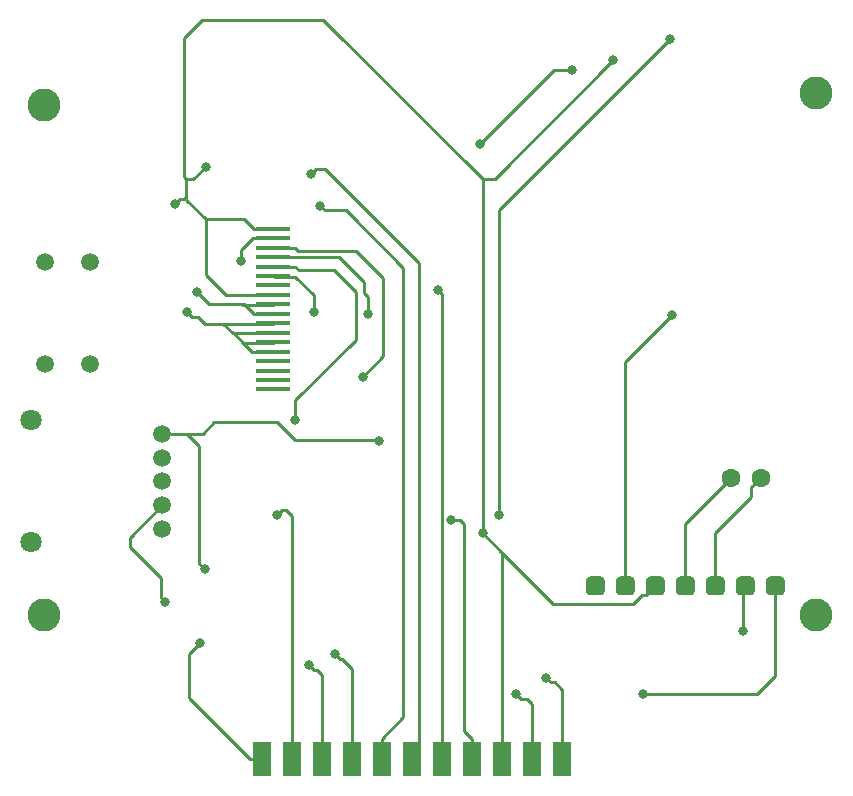
<source format=gbr>
G04 #@! TF.GenerationSoftware,KiCad,Pcbnew,5.0.2+dfsg1-1~bpo9+1*
G04 #@! TF.CreationDate,2020-07-27T21:19:22+01:00*
G04 #@! TF.ProjectId,gbc_outline_screen,6762635f-6f75-4746-9c69-6e655f736372,rev?*
G04 #@! TF.SameCoordinates,Original*
G04 #@! TF.FileFunction,Copper,L1,Top*
G04 #@! TF.FilePolarity,Positive*
%FSLAX46Y46*%
G04 Gerber Fmt 4.6, Leading zero omitted, Abs format (unit mm)*
G04 Created by KiCad (PCBNEW 5.0.2+dfsg1-1~bpo9+1) date Mon 27 Jul 2020 21:19:22 BST*
%MOMM*%
%LPD*%
G01*
G04 APERTURE LIST*
G04 #@! TA.AperFunction,SMDPad,CuDef*
%ADD10R,3.000000X0.400000*%
G04 #@! TD*
G04 #@! TA.AperFunction,ComponentPad*
%ADD11C,1.500000*%
G04 #@! TD*
G04 #@! TA.AperFunction,ComponentPad*
%ADD12C,2.800000*%
G04 #@! TD*
G04 #@! TA.AperFunction,ComponentPad*
%ADD13C,1.800000*%
G04 #@! TD*
G04 #@! TA.AperFunction,ComponentPad*
%ADD14C,1.600000*%
G04 #@! TD*
G04 #@! TA.AperFunction,Conductor*
%ADD15C,0.100000*%
G04 #@! TD*
G04 #@! TA.AperFunction,SMDPad,CuDef*
%ADD16C,1.600000*%
G04 #@! TD*
G04 #@! TA.AperFunction,SMDPad,CuDef*
%ADD17R,1.524000X3.000000*%
G04 #@! TD*
G04 #@! TA.AperFunction,ViaPad*
%ADD18C,0.800000*%
G04 #@! TD*
G04 #@! TA.AperFunction,Conductor*
%ADD19C,0.250000*%
G04 #@! TD*
G04 APERTURE END LIST*
D10*
G04 #@! TO.P,U1,1*
G04 #@! TO.N,Net-(J1-Pad34)*
X135737600Y-73439020D03*
G04 #@! TO.P,U1,2*
G04 #@! TO.N,Net-(J1-Pad13)*
X135737600Y-74239120D03*
G04 #@! TO.P,U1,3*
G04 #@! TO.N,Net-(J1-Pad23)*
X135737600Y-75039220D03*
G04 #@! TO.P,U1,4*
G04 #@! TO.N,Net-(J1-Pad22)*
X135737600Y-75839320D03*
G04 #@! TO.P,U1,5*
G04 #@! TO.N,Net-(J1-Pad24)*
X135737600Y-76639420D03*
G04 #@! TO.P,U1,6*
G04 #@! TO.N,Net-(J1-Pad19)*
X135737600Y-77439520D03*
G04 #@! TO.P,U1,7*
G04 #@! TO.N,Net-(U1-Pad7)*
X135737600Y-78239620D03*
G04 #@! TO.P,U1,8*
G04 #@! TO.N,Net-(J1-Pad34)*
X135737600Y-79039720D03*
G04 #@! TO.P,U1,9*
G04 #@! TO.N,Net-(J1-Pad1)*
X135737600Y-79839820D03*
G04 #@! TO.P,U1,10*
X135737600Y-80639920D03*
G04 #@! TO.P,U1,11*
G04 #@! TO.N,Net-(R1-Pad2)*
X135737600Y-81440020D03*
G04 #@! TO.P,U1,12*
X135737600Y-82240120D03*
G04 #@! TO.P,U1,13*
X135737600Y-83040220D03*
G04 #@! TO.P,U1,14*
X135737600Y-83840320D03*
G04 #@! TO.P,U1,15*
G04 #@! TO.N,Net-(U1-Pad15)*
X135737600Y-84640420D03*
G04 #@! TO.P,U1,16*
G04 #@! TO.N,Net-(U1-Pad16)*
X135737600Y-85440520D03*
G04 #@! TO.P,U1,17*
G04 #@! TO.N,Net-(U1-Pad17)*
X135737600Y-86240620D03*
G04 #@! TO.P,U1,18*
G04 #@! TO.N,Net-(U1-Pad18)*
X135737600Y-87040720D03*
G04 #@! TD*
D11*
G04 #@! TO.P,U7,1*
G04 #@! TO.N,Net-(R2-Pad1)*
X120233440Y-84927440D03*
X120233440Y-76291440D03*
X116436140Y-76291440D03*
X116436140Y-84927440D03*
G04 #@! TD*
D12*
G04 #@! TO.P,REF\002A\002A,1*
G04 #@! TO.N,N/C*
X116286280Y-106151680D03*
G04 #@! TD*
G04 #@! TO.P,REF\002A\002A,1*
G04 #@! TO.N,N/C*
X181678580Y-61953140D03*
G04 #@! TD*
G04 #@! TO.P,REF\002A\002A,1*
G04 #@! TO.N,N/C*
X116273580Y-62969140D03*
G04 #@! TD*
G04 #@! TO.P,REF\002A\002A,1*
G04 #@! TO.N,N/C*
X181678580Y-106149140D03*
G04 #@! TD*
D11*
G04 #@! TO.P,U4,1*
G04 #@! TO.N,Net-(J1-Pad34)*
X126329440Y-90820240D03*
G04 #@! TO.P,U4,2*
G04 #@! TO.N,Net-(U3-Pad7)*
X126329440Y-92826840D03*
G04 #@! TO.P,U4,3*
G04 #@! TO.N,Net-(U3-Pad8)*
X126329440Y-94833440D03*
G04 #@! TO.P,U4,4*
G04 #@! TO.N,Net-(U4-Pad4)*
X126329440Y-96840040D03*
G04 #@! TO.P,U4,5*
G04 #@! TO.N,Net-(U4-Pad5)*
X126329440Y-98846640D03*
D13*
G04 #@! TO.P,U4,6*
G04 #@! TO.N,N/C*
X115204240Y-100002340D03*
G04 #@! TO.P,U4,7*
X115216940Y-89664540D03*
G04 #@! TD*
D14*
G04 #@! TO.P,U2,1*
G04 #@! TO.N,Net-(U2-Pad1)*
X174457360Y-94538800D03*
G04 #@! TO.P,U2,2*
G04 #@! TO.N,Net-(U2-Pad2)*
X176997360Y-94538800D03*
G04 #@! TD*
D15*
G04 #@! TO.N,Net-(U5-Pad1)*
G04 #@! TO.C,U5*
G36*
X178660847Y-102874566D02*
X178699676Y-102880326D01*
X178737754Y-102889864D01*
X178774713Y-102903088D01*
X178810199Y-102919871D01*
X178843868Y-102940052D01*
X178875397Y-102963436D01*
X178904483Y-102989797D01*
X178930844Y-103018883D01*
X178954228Y-103050412D01*
X178974409Y-103084081D01*
X178991192Y-103119567D01*
X179004416Y-103156526D01*
X179013954Y-103194604D01*
X179019714Y-103233433D01*
X179021640Y-103272640D01*
X179021640Y-104072640D01*
X179019714Y-104111847D01*
X179013954Y-104150676D01*
X179004416Y-104188754D01*
X178991192Y-104225713D01*
X178974409Y-104261199D01*
X178954228Y-104294868D01*
X178930844Y-104326397D01*
X178904483Y-104355483D01*
X178875397Y-104381844D01*
X178843868Y-104405228D01*
X178810199Y-104425409D01*
X178774713Y-104442192D01*
X178737754Y-104455416D01*
X178699676Y-104464954D01*
X178660847Y-104470714D01*
X178621640Y-104472640D01*
X177821640Y-104472640D01*
X177782433Y-104470714D01*
X177743604Y-104464954D01*
X177705526Y-104455416D01*
X177668567Y-104442192D01*
X177633081Y-104425409D01*
X177599412Y-104405228D01*
X177567883Y-104381844D01*
X177538797Y-104355483D01*
X177512436Y-104326397D01*
X177489052Y-104294868D01*
X177468871Y-104261199D01*
X177452088Y-104225713D01*
X177438864Y-104188754D01*
X177429326Y-104150676D01*
X177423566Y-104111847D01*
X177421640Y-104072640D01*
X177421640Y-103272640D01*
X177423566Y-103233433D01*
X177429326Y-103194604D01*
X177438864Y-103156526D01*
X177452088Y-103119567D01*
X177468871Y-103084081D01*
X177489052Y-103050412D01*
X177512436Y-103018883D01*
X177538797Y-102989797D01*
X177567883Y-102963436D01*
X177599412Y-102940052D01*
X177633081Y-102919871D01*
X177668567Y-102903088D01*
X177705526Y-102889864D01*
X177743604Y-102880326D01*
X177782433Y-102874566D01*
X177821640Y-102872640D01*
X178621640Y-102872640D01*
X178660847Y-102874566D01*
X178660847Y-102874566D01*
G37*
D16*
G04 #@! TD*
G04 #@! TO.P,U5,1*
G04 #@! TO.N,Net-(U5-Pad1)*
X178221640Y-103672640D03*
D15*
G04 #@! TO.N,Net-(R2-Pad1)*
G04 #@! TO.C,U5*
G36*
X176120847Y-102874566D02*
X176159676Y-102880326D01*
X176197754Y-102889864D01*
X176234713Y-102903088D01*
X176270199Y-102919871D01*
X176303868Y-102940052D01*
X176335397Y-102963436D01*
X176364483Y-102989797D01*
X176390844Y-103018883D01*
X176414228Y-103050412D01*
X176434409Y-103084081D01*
X176451192Y-103119567D01*
X176464416Y-103156526D01*
X176473954Y-103194604D01*
X176479714Y-103233433D01*
X176481640Y-103272640D01*
X176481640Y-104072640D01*
X176479714Y-104111847D01*
X176473954Y-104150676D01*
X176464416Y-104188754D01*
X176451192Y-104225713D01*
X176434409Y-104261199D01*
X176414228Y-104294868D01*
X176390844Y-104326397D01*
X176364483Y-104355483D01*
X176335397Y-104381844D01*
X176303868Y-104405228D01*
X176270199Y-104425409D01*
X176234713Y-104442192D01*
X176197754Y-104455416D01*
X176159676Y-104464954D01*
X176120847Y-104470714D01*
X176081640Y-104472640D01*
X175281640Y-104472640D01*
X175242433Y-104470714D01*
X175203604Y-104464954D01*
X175165526Y-104455416D01*
X175128567Y-104442192D01*
X175093081Y-104425409D01*
X175059412Y-104405228D01*
X175027883Y-104381844D01*
X174998797Y-104355483D01*
X174972436Y-104326397D01*
X174949052Y-104294868D01*
X174928871Y-104261199D01*
X174912088Y-104225713D01*
X174898864Y-104188754D01*
X174889326Y-104150676D01*
X174883566Y-104111847D01*
X174881640Y-104072640D01*
X174881640Y-103272640D01*
X174883566Y-103233433D01*
X174889326Y-103194604D01*
X174898864Y-103156526D01*
X174912088Y-103119567D01*
X174928871Y-103084081D01*
X174949052Y-103050412D01*
X174972436Y-103018883D01*
X174998797Y-102989797D01*
X175027883Y-102963436D01*
X175059412Y-102940052D01*
X175093081Y-102919871D01*
X175128567Y-102903088D01*
X175165526Y-102889864D01*
X175203604Y-102880326D01*
X175242433Y-102874566D01*
X175281640Y-102872640D01*
X176081640Y-102872640D01*
X176120847Y-102874566D01*
X176120847Y-102874566D01*
G37*
D16*
G04 #@! TD*
G04 #@! TO.P,U5,2*
G04 #@! TO.N,Net-(R2-Pad1)*
X175681640Y-103672640D03*
D15*
G04 #@! TO.N,Net-(U2-Pad2)*
G04 #@! TO.C,U5*
G36*
X173580847Y-102874566D02*
X173619676Y-102880326D01*
X173657754Y-102889864D01*
X173694713Y-102903088D01*
X173730199Y-102919871D01*
X173763868Y-102940052D01*
X173795397Y-102963436D01*
X173824483Y-102989797D01*
X173850844Y-103018883D01*
X173874228Y-103050412D01*
X173894409Y-103084081D01*
X173911192Y-103119567D01*
X173924416Y-103156526D01*
X173933954Y-103194604D01*
X173939714Y-103233433D01*
X173941640Y-103272640D01*
X173941640Y-104072640D01*
X173939714Y-104111847D01*
X173933954Y-104150676D01*
X173924416Y-104188754D01*
X173911192Y-104225713D01*
X173894409Y-104261199D01*
X173874228Y-104294868D01*
X173850844Y-104326397D01*
X173824483Y-104355483D01*
X173795397Y-104381844D01*
X173763868Y-104405228D01*
X173730199Y-104425409D01*
X173694713Y-104442192D01*
X173657754Y-104455416D01*
X173619676Y-104464954D01*
X173580847Y-104470714D01*
X173541640Y-104472640D01*
X172741640Y-104472640D01*
X172702433Y-104470714D01*
X172663604Y-104464954D01*
X172625526Y-104455416D01*
X172588567Y-104442192D01*
X172553081Y-104425409D01*
X172519412Y-104405228D01*
X172487883Y-104381844D01*
X172458797Y-104355483D01*
X172432436Y-104326397D01*
X172409052Y-104294868D01*
X172388871Y-104261199D01*
X172372088Y-104225713D01*
X172358864Y-104188754D01*
X172349326Y-104150676D01*
X172343566Y-104111847D01*
X172341640Y-104072640D01*
X172341640Y-103272640D01*
X172343566Y-103233433D01*
X172349326Y-103194604D01*
X172358864Y-103156526D01*
X172372088Y-103119567D01*
X172388871Y-103084081D01*
X172409052Y-103050412D01*
X172432436Y-103018883D01*
X172458797Y-102989797D01*
X172487883Y-102963436D01*
X172519412Y-102940052D01*
X172553081Y-102919871D01*
X172588567Y-102903088D01*
X172625526Y-102889864D01*
X172663604Y-102880326D01*
X172702433Y-102874566D01*
X172741640Y-102872640D01*
X173541640Y-102872640D01*
X173580847Y-102874566D01*
X173580847Y-102874566D01*
G37*
D16*
G04 #@! TD*
G04 #@! TO.P,U5,3*
G04 #@! TO.N,Net-(U2-Pad2)*
X173141640Y-103672640D03*
D15*
G04 #@! TO.N,Net-(U2-Pad1)*
G04 #@! TO.C,U5*
G36*
X171040847Y-102874566D02*
X171079676Y-102880326D01*
X171117754Y-102889864D01*
X171154713Y-102903088D01*
X171190199Y-102919871D01*
X171223868Y-102940052D01*
X171255397Y-102963436D01*
X171284483Y-102989797D01*
X171310844Y-103018883D01*
X171334228Y-103050412D01*
X171354409Y-103084081D01*
X171371192Y-103119567D01*
X171384416Y-103156526D01*
X171393954Y-103194604D01*
X171399714Y-103233433D01*
X171401640Y-103272640D01*
X171401640Y-104072640D01*
X171399714Y-104111847D01*
X171393954Y-104150676D01*
X171384416Y-104188754D01*
X171371192Y-104225713D01*
X171354409Y-104261199D01*
X171334228Y-104294868D01*
X171310844Y-104326397D01*
X171284483Y-104355483D01*
X171255397Y-104381844D01*
X171223868Y-104405228D01*
X171190199Y-104425409D01*
X171154713Y-104442192D01*
X171117754Y-104455416D01*
X171079676Y-104464954D01*
X171040847Y-104470714D01*
X171001640Y-104472640D01*
X170201640Y-104472640D01*
X170162433Y-104470714D01*
X170123604Y-104464954D01*
X170085526Y-104455416D01*
X170048567Y-104442192D01*
X170013081Y-104425409D01*
X169979412Y-104405228D01*
X169947883Y-104381844D01*
X169918797Y-104355483D01*
X169892436Y-104326397D01*
X169869052Y-104294868D01*
X169848871Y-104261199D01*
X169832088Y-104225713D01*
X169818864Y-104188754D01*
X169809326Y-104150676D01*
X169803566Y-104111847D01*
X169801640Y-104072640D01*
X169801640Y-103272640D01*
X169803566Y-103233433D01*
X169809326Y-103194604D01*
X169818864Y-103156526D01*
X169832088Y-103119567D01*
X169848871Y-103084081D01*
X169869052Y-103050412D01*
X169892436Y-103018883D01*
X169918797Y-102989797D01*
X169947883Y-102963436D01*
X169979412Y-102940052D01*
X170013081Y-102919871D01*
X170048567Y-102903088D01*
X170085526Y-102889864D01*
X170123604Y-102880326D01*
X170162433Y-102874566D01*
X170201640Y-102872640D01*
X171001640Y-102872640D01*
X171040847Y-102874566D01*
X171040847Y-102874566D01*
G37*
D16*
G04 #@! TD*
G04 #@! TO.P,U5,4*
G04 #@! TO.N,Net-(U2-Pad1)*
X170601640Y-103672640D03*
D15*
G04 #@! TO.N,Net-(J1-Pad34)*
G04 #@! TO.C,U5*
G36*
X168500847Y-102874566D02*
X168539676Y-102880326D01*
X168577754Y-102889864D01*
X168614713Y-102903088D01*
X168650199Y-102919871D01*
X168683868Y-102940052D01*
X168715397Y-102963436D01*
X168744483Y-102989797D01*
X168770844Y-103018883D01*
X168794228Y-103050412D01*
X168814409Y-103084081D01*
X168831192Y-103119567D01*
X168844416Y-103156526D01*
X168853954Y-103194604D01*
X168859714Y-103233433D01*
X168861640Y-103272640D01*
X168861640Y-104072640D01*
X168859714Y-104111847D01*
X168853954Y-104150676D01*
X168844416Y-104188754D01*
X168831192Y-104225713D01*
X168814409Y-104261199D01*
X168794228Y-104294868D01*
X168770844Y-104326397D01*
X168744483Y-104355483D01*
X168715397Y-104381844D01*
X168683868Y-104405228D01*
X168650199Y-104425409D01*
X168614713Y-104442192D01*
X168577754Y-104455416D01*
X168539676Y-104464954D01*
X168500847Y-104470714D01*
X168461640Y-104472640D01*
X167661640Y-104472640D01*
X167622433Y-104470714D01*
X167583604Y-104464954D01*
X167545526Y-104455416D01*
X167508567Y-104442192D01*
X167473081Y-104425409D01*
X167439412Y-104405228D01*
X167407883Y-104381844D01*
X167378797Y-104355483D01*
X167352436Y-104326397D01*
X167329052Y-104294868D01*
X167308871Y-104261199D01*
X167292088Y-104225713D01*
X167278864Y-104188754D01*
X167269326Y-104150676D01*
X167263566Y-104111847D01*
X167261640Y-104072640D01*
X167261640Y-103272640D01*
X167263566Y-103233433D01*
X167269326Y-103194604D01*
X167278864Y-103156526D01*
X167292088Y-103119567D01*
X167308871Y-103084081D01*
X167329052Y-103050412D01*
X167352436Y-103018883D01*
X167378797Y-102989797D01*
X167407883Y-102963436D01*
X167439412Y-102940052D01*
X167473081Y-102919871D01*
X167508567Y-102903088D01*
X167545526Y-102889864D01*
X167583604Y-102880326D01*
X167622433Y-102874566D01*
X167661640Y-102872640D01*
X168461640Y-102872640D01*
X168500847Y-102874566D01*
X168500847Y-102874566D01*
G37*
D16*
G04 #@! TD*
G04 #@! TO.P,U5,5*
G04 #@! TO.N,Net-(J1-Pad34)*
X168061640Y-103672640D03*
D15*
G04 #@! TO.N,Net-(SW1-Pad3)*
G04 #@! TO.C,U5*
G36*
X165960847Y-102874566D02*
X165999676Y-102880326D01*
X166037754Y-102889864D01*
X166074713Y-102903088D01*
X166110199Y-102919871D01*
X166143868Y-102940052D01*
X166175397Y-102963436D01*
X166204483Y-102989797D01*
X166230844Y-103018883D01*
X166254228Y-103050412D01*
X166274409Y-103084081D01*
X166291192Y-103119567D01*
X166304416Y-103156526D01*
X166313954Y-103194604D01*
X166319714Y-103233433D01*
X166321640Y-103272640D01*
X166321640Y-104072640D01*
X166319714Y-104111847D01*
X166313954Y-104150676D01*
X166304416Y-104188754D01*
X166291192Y-104225713D01*
X166274409Y-104261199D01*
X166254228Y-104294868D01*
X166230844Y-104326397D01*
X166204483Y-104355483D01*
X166175397Y-104381844D01*
X166143868Y-104405228D01*
X166110199Y-104425409D01*
X166074713Y-104442192D01*
X166037754Y-104455416D01*
X165999676Y-104464954D01*
X165960847Y-104470714D01*
X165921640Y-104472640D01*
X165121640Y-104472640D01*
X165082433Y-104470714D01*
X165043604Y-104464954D01*
X165005526Y-104455416D01*
X164968567Y-104442192D01*
X164933081Y-104425409D01*
X164899412Y-104405228D01*
X164867883Y-104381844D01*
X164838797Y-104355483D01*
X164812436Y-104326397D01*
X164789052Y-104294868D01*
X164768871Y-104261199D01*
X164752088Y-104225713D01*
X164738864Y-104188754D01*
X164729326Y-104150676D01*
X164723566Y-104111847D01*
X164721640Y-104072640D01*
X164721640Y-103272640D01*
X164723566Y-103233433D01*
X164729326Y-103194604D01*
X164738864Y-103156526D01*
X164752088Y-103119567D01*
X164768871Y-103084081D01*
X164789052Y-103050412D01*
X164812436Y-103018883D01*
X164838797Y-102989797D01*
X164867883Y-102963436D01*
X164899412Y-102940052D01*
X164933081Y-102919871D01*
X164968567Y-102903088D01*
X165005526Y-102889864D01*
X165043604Y-102880326D01*
X165082433Y-102874566D01*
X165121640Y-102872640D01*
X165921640Y-102872640D01*
X165960847Y-102874566D01*
X165960847Y-102874566D01*
G37*
D16*
G04 #@! TD*
G04 #@! TO.P,U5,6*
G04 #@! TO.N,Net-(SW1-Pad3)*
X165521640Y-103672640D03*
D15*
G04 #@! TO.N,Net-(U5-Pad7)*
G04 #@! TO.C,U5*
G36*
X163420847Y-102874566D02*
X163459676Y-102880326D01*
X163497754Y-102889864D01*
X163534713Y-102903088D01*
X163570199Y-102919871D01*
X163603868Y-102940052D01*
X163635397Y-102963436D01*
X163664483Y-102989797D01*
X163690844Y-103018883D01*
X163714228Y-103050412D01*
X163734409Y-103084081D01*
X163751192Y-103119567D01*
X163764416Y-103156526D01*
X163773954Y-103194604D01*
X163779714Y-103233433D01*
X163781640Y-103272640D01*
X163781640Y-104072640D01*
X163779714Y-104111847D01*
X163773954Y-104150676D01*
X163764416Y-104188754D01*
X163751192Y-104225713D01*
X163734409Y-104261199D01*
X163714228Y-104294868D01*
X163690844Y-104326397D01*
X163664483Y-104355483D01*
X163635397Y-104381844D01*
X163603868Y-104405228D01*
X163570199Y-104425409D01*
X163534713Y-104442192D01*
X163497754Y-104455416D01*
X163459676Y-104464954D01*
X163420847Y-104470714D01*
X163381640Y-104472640D01*
X162581640Y-104472640D01*
X162542433Y-104470714D01*
X162503604Y-104464954D01*
X162465526Y-104455416D01*
X162428567Y-104442192D01*
X162393081Y-104425409D01*
X162359412Y-104405228D01*
X162327883Y-104381844D01*
X162298797Y-104355483D01*
X162272436Y-104326397D01*
X162249052Y-104294868D01*
X162228871Y-104261199D01*
X162212088Y-104225713D01*
X162198864Y-104188754D01*
X162189326Y-104150676D01*
X162183566Y-104111847D01*
X162181640Y-104072640D01*
X162181640Y-103272640D01*
X162183566Y-103233433D01*
X162189326Y-103194604D01*
X162198864Y-103156526D01*
X162212088Y-103119567D01*
X162228871Y-103084081D01*
X162249052Y-103050412D01*
X162272436Y-103018883D01*
X162298797Y-102989797D01*
X162327883Y-102963436D01*
X162359412Y-102940052D01*
X162393081Y-102919871D01*
X162428567Y-102903088D01*
X162465526Y-102889864D01*
X162503604Y-102880326D01*
X162542433Y-102874566D01*
X162581640Y-102872640D01*
X163381640Y-102872640D01*
X163420847Y-102874566D01*
X163420847Y-102874566D01*
G37*
D16*
G04 #@! TD*
G04 #@! TO.P,U5,7*
G04 #@! TO.N,Net-(U5-Pad7)*
X162981640Y-103672640D03*
D17*
G04 #@! TO.P,U6,7*
G04 #@! TO.N,Net-(J1-Pad18)*
X150022560Y-118353840D03*
G04 #@! TO.P,U6,6*
G04 #@! TO.N,Net-(J1-Pad7)*
X147482560Y-118353840D03*
G04 #@! TO.P,U6,5*
G04 #@! TO.N,Net-(J1-Pad16)*
X144942560Y-118353840D03*
G04 #@! TO.P,U6,4*
G04 #@! TO.N,Net-(J1-Pad35)*
X142402560Y-118358920D03*
G04 #@! TO.P,U6,3*
G04 #@! TO.N,Net-(J1-Pad37)*
X139862560Y-118358920D03*
G04 #@! TO.P,U6,8*
G04 #@! TO.N,Net-(J1-Pad32)*
X152562560Y-118353840D03*
G04 #@! TO.P,U6,9*
G04 #@! TO.N,Net-(J1-Pad34)*
X155102560Y-118353840D03*
G04 #@! TO.P,U6,11*
G04 #@! TO.N,Net-(U4-Pad5)*
X160182560Y-118353840D03*
G04 #@! TO.P,U6,10*
G04 #@! TO.N,Net-(U4-Pad4)*
X157642560Y-118353840D03*
G04 #@! TO.P,U6,2*
G04 #@! TO.N,Net-(J1-Pad29)*
X137322560Y-118353840D03*
G04 #@! TO.P,U6,1*
G04 #@! TO.N,Net-(J1-Pad38)*
X134782560Y-118358920D03*
G04 #@! TD*
D18*
G04 #@! TO.N,Net-(J1-Pad1)*
X129270760Y-78816200D03*
G04 #@! TO.N,Net-(J1-Pad7)*
X138912600Y-68798440D03*
G04 #@! TO.N,Net-(J1-Pad12)*
X153217880Y-66227960D03*
X161025840Y-59994800D03*
G04 #@! TO.N,Net-(J1-Pad13)*
X132953760Y-76169520D03*
G04 #@! TO.N,Net-(J1-Pad16)*
X139715240Y-71470520D03*
G04 #@! TO.N,Net-(J1-Pad18)*
X149656800Y-78592680D03*
G04 #@! TO.N,Net-(J1-Pad19)*
X139166600Y-80462120D03*
G04 #@! TO.N,Net-(J1-Pad22)*
X143758920Y-80624680D03*
G04 #@! TO.N,Net-(J1-Pad23)*
X143291560Y-86004400D03*
G04 #@! TO.N,Net-(J1-Pad24)*
X137601960Y-89646760D03*
G04 #@! TO.N,Net-(J1-Pad29)*
X136052560Y-97632520D03*
G04 #@! TO.N,Net-(J1-Pad32)*
X150747560Y-98130360D03*
G04 #@! TO.N,Net-(J1-Pad33)*
X169351960Y-57363360D03*
X154863800Y-97652840D03*
G04 #@! TO.N,Net-(J1-Pad34)*
X153436320Y-99227640D03*
X164525960Y-59187080D03*
X144658080Y-91389200D03*
X127431800Y-71353680D03*
X129910840Y-102285800D03*
X130022600Y-68193920D03*
G04 #@! TO.N,Net-(J1-Pad35)*
X140985240Y-109479080D03*
G04 #@! TO.N,Net-(J1-Pad37)*
X138765280Y-110408720D03*
G04 #@! TO.N,Net-(J1-Pad38)*
X129504440Y-108493560D03*
G04 #@! TO.N,Net-(SW1-Pad3)*
X169504360Y-80746600D03*
G04 #@! TO.N,Net-(R1-Pad2)*
X128447800Y-80497680D03*
G04 #@! TO.N,Net-(U4-Pad4)*
X126583440Y-105008680D03*
X156265880Y-112842040D03*
G04 #@! TO.N,Net-(U4-Pad5)*
X158821120Y-111434880D03*
G04 #@! TO.N,Net-(U5-Pad1)*
X167065960Y-112821720D03*
G04 #@! TO.N,Net-(R2-Pad1)*
X175503840Y-107513120D03*
G04 #@! TD*
D19*
G04 #@! TO.N,Net-(J1-Pad1)*
X134073960Y-80685640D02*
X133230680Y-79842360D01*
X135823960Y-80685640D02*
X134073960Y-80685640D01*
X130296920Y-79842360D02*
X129270760Y-78816200D01*
X133111240Y-79842360D02*
X130296920Y-79842360D01*
X133154420Y-79885540D02*
X133111240Y-79842360D01*
X135823960Y-79885540D02*
X133154420Y-79885540D01*
X133230680Y-79842360D02*
X133111240Y-79842360D01*
G04 #@! TO.N,Net-(J1-Pad7)*
X147482560Y-117615840D02*
X148021040Y-117077360D01*
X147482560Y-118353840D02*
X147482560Y-117615840D01*
X148021040Y-117077360D02*
X148021040Y-76305240D01*
X140114241Y-68398441D02*
X140280560Y-68564760D01*
X138912600Y-68798440D02*
X139312599Y-68398441D01*
X139312599Y-68398441D02*
X140114241Y-68398441D01*
X148021040Y-76305240D02*
X140280560Y-68564760D01*
G04 #@! TO.N,Net-(J1-Pad12)*
X159451040Y-59994800D02*
X161025840Y-59994800D01*
X153217880Y-66227960D02*
X159451040Y-59994800D01*
G04 #@! TO.N,Net-(J1-Pad13)*
X132953760Y-75272960D02*
X132953760Y-76169520D01*
X133987600Y-74239120D02*
X132953760Y-75272960D01*
X135737600Y-74239120D02*
X133987600Y-74239120D01*
G04 #@! TO.N,Net-(J1-Pad16)*
X144942560Y-116603840D02*
X146745960Y-114800440D01*
X144942560Y-118353840D02*
X144942560Y-116603840D01*
X146745960Y-114800440D02*
X146745960Y-76753720D01*
X141862759Y-71870519D02*
X142346680Y-72354440D01*
X140115239Y-71870519D02*
X141862759Y-71870519D01*
X139715240Y-71470520D02*
X140115239Y-71870519D01*
X146745960Y-76753720D02*
X142346680Y-72354440D01*
G04 #@! TO.N,Net-(J1-Pad18)*
X150022560Y-78958440D02*
X149656800Y-78592680D01*
X150022560Y-118353840D02*
X150022560Y-78958440D01*
G04 #@! TO.N,Net-(J1-Pad19)*
X139166600Y-79077880D02*
X139166600Y-80462120D01*
X137573960Y-77485240D02*
X139166600Y-79077880D01*
X135823960Y-77485240D02*
X137573960Y-77485240D01*
G04 #@! TO.N,Net-(J1-Pad22)*
X141325600Y-75839320D02*
X135737600Y-75839320D01*
X143758920Y-80624680D02*
X143758920Y-79221190D01*
X143758920Y-79221190D02*
X143418560Y-78880830D01*
X143418560Y-78880830D02*
X143418560Y-77932280D01*
X143418560Y-77932280D02*
X141325600Y-75839320D01*
G04 #@! TO.N,Net-(J1-Pad23)*
X137573960Y-75084940D02*
X137815260Y-75326240D01*
X135823960Y-75084940D02*
X137573960Y-75084940D01*
X137815260Y-75326240D02*
X142763240Y-75326240D01*
X142763240Y-75326240D02*
X145044160Y-77607160D01*
X145044160Y-84251800D02*
X143291560Y-86004400D01*
X145044160Y-77607160D02*
X145044160Y-84251800D01*
G04 #@! TO.N,Net-(J1-Pad24)*
X137573960Y-76685140D02*
X137860980Y-76972160D01*
X135823960Y-76685140D02*
X137573960Y-76685140D01*
X137860980Y-76972160D02*
X140873480Y-76972160D01*
X140873480Y-76972160D02*
X142707360Y-78806040D01*
X142707360Y-78806040D02*
X142707360Y-82834480D01*
X137601960Y-87939880D02*
X137601960Y-89646760D01*
X142707360Y-82834480D02*
X137601960Y-87939880D01*
G04 #@! TO.N,Net-(J1-Pad29)*
X136452559Y-97232521D02*
X136805721Y-97232521D01*
X136805721Y-97232521D02*
X137322560Y-97749360D01*
X136052560Y-97632520D02*
X136452559Y-97232521D01*
X137322560Y-118353840D02*
X137322560Y-97749360D01*
G04 #@! TO.N,Net-(J1-Pad32)*
X152562560Y-116603840D02*
X151902160Y-115943440D01*
X152562560Y-118353840D02*
X152562560Y-116603840D01*
X150747560Y-98130360D02*
X151561800Y-98130360D01*
X151561800Y-98130360D02*
X151902160Y-98470720D01*
X151902160Y-115943440D02*
X151902160Y-98470720D01*
G04 #@! TO.N,Net-(J1-Pad33)*
X154863800Y-71851520D02*
X154863800Y-97652840D01*
X169351960Y-57363360D02*
X154863800Y-71851520D01*
G04 #@! TO.N,Net-(J1-Pad34)*
X135823960Y-79085440D02*
X131739640Y-79085440D01*
X134073960Y-73484740D02*
X133233220Y-72644000D01*
X135823960Y-73484740D02*
X134073960Y-73484740D01*
X130053080Y-72644000D02*
X128371600Y-70962520D01*
X133233220Y-72644000D02*
X130053080Y-72644000D01*
X131739640Y-79085440D02*
X131739640Y-79054960D01*
X130053080Y-77368400D02*
X130053080Y-72644000D01*
X131739640Y-79054960D02*
X130053080Y-77368400D01*
X155102560Y-100893880D02*
X153436320Y-99227640D01*
X155102560Y-118353840D02*
X155102560Y-100893880D01*
X153436320Y-99227640D02*
X153436320Y-69239090D01*
X153436320Y-69239090D02*
X139948920Y-55751690D01*
X139948920Y-55751690D02*
X129663230Y-55751690D01*
X129663230Y-55751690D02*
X128148080Y-57266840D01*
X128148080Y-57266840D02*
X128148080Y-61630560D01*
X154473950Y-69239090D02*
X164525960Y-59187080D01*
X153436320Y-69239090D02*
X154473950Y-69239090D01*
X128391920Y-90825320D02*
X129733040Y-90825320D01*
X129733040Y-90825320D02*
X130743960Y-89814400D01*
X130743960Y-89814400D02*
X136027160Y-89814400D01*
X136027160Y-89814400D02*
X137546080Y-91333320D01*
X144602200Y-91333320D02*
X144658080Y-91389200D01*
X137546080Y-91333320D02*
X144602200Y-91333320D01*
X128141679Y-70953681D02*
X128371600Y-70723760D01*
X127831799Y-70953681D02*
X128141679Y-70953681D01*
X127431800Y-71353680D02*
X127831799Y-70953681D01*
X128371600Y-70962520D02*
X128371600Y-70723760D01*
X128371600Y-70723760D02*
X128371600Y-69250560D01*
X167308087Y-104426193D02*
X166932167Y-104426193D01*
X168061640Y-103672640D02*
X167308087Y-104426193D01*
X166932167Y-104426193D02*
X166156640Y-105201720D01*
X159410400Y-105201720D02*
X155102560Y-100893880D01*
X166156640Y-105201720D02*
X159410400Y-105201720D01*
X128386840Y-90820240D02*
X126329440Y-90820240D01*
X128391920Y-90825320D02*
X128386840Y-90820240D01*
X129428240Y-91861640D02*
X128391920Y-90825320D01*
X129428240Y-91861640D02*
X129428240Y-101803200D01*
X129428240Y-101803200D02*
X129910840Y-102285800D01*
X128965960Y-69250560D02*
X130022600Y-68193920D01*
X128371600Y-69250560D02*
X128965960Y-69250560D01*
X128148080Y-69027040D02*
X128371600Y-69250560D01*
X128148080Y-61630560D02*
X128148080Y-69027040D01*
G04 #@! TO.N,Net-(J1-Pad35)*
X141532559Y-109879079D02*
X142402560Y-110749080D01*
X142402560Y-118358920D02*
X142402560Y-110749080D01*
X141385239Y-109879079D02*
X141532559Y-109879079D01*
X140985240Y-109479080D02*
X141385239Y-109879079D01*
G04 #@! TO.N,Net-(J1-Pad37)*
X139429439Y-110808719D02*
X139862560Y-111241840D01*
X139165279Y-110808719D02*
X139429439Y-110808719D01*
X138765280Y-110408720D02*
X139165279Y-110808719D01*
X139862560Y-118358920D02*
X139862560Y-111241840D01*
G04 #@! TO.N,Net-(J1-Pad38)*
X133770560Y-118358920D02*
X128554480Y-113142840D01*
X134782560Y-118358920D02*
X133770560Y-118358920D01*
X128554480Y-109443520D02*
X128554480Y-110347760D01*
X129504440Y-108493560D02*
X128554480Y-109443520D01*
X128554480Y-113142840D02*
X128554480Y-110347760D01*
G04 #@! TO.N,Net-(SW1-Pad3)*
X165521640Y-84729320D02*
X169504360Y-80746600D01*
X165521640Y-103672640D02*
X165521640Y-84729320D01*
G04 #@! TO.N,Net-(R1-Pad2)*
X134073960Y-82285840D02*
X134063800Y-82296000D01*
X135823960Y-82285840D02*
X134073960Y-82285840D01*
X132270500Y-82296000D02*
X131460240Y-81485740D01*
X135823960Y-81485740D02*
X131460240Y-81485740D01*
X134073960Y-83085940D02*
X134071420Y-83083400D01*
X135823960Y-83085940D02*
X134073960Y-83085940D01*
X133141720Y-83083400D02*
X132354320Y-82296000D01*
X134071420Y-83083400D02*
X133141720Y-83083400D01*
X132354320Y-82296000D02*
X132270500Y-82296000D01*
X134063800Y-82296000D02*
X132354320Y-82296000D01*
X134073960Y-83886040D02*
X134063800Y-83896200D01*
X135823960Y-83886040D02*
X134073960Y-83886040D01*
X133954520Y-83896200D02*
X133141720Y-83083400D01*
X134063800Y-83896200D02*
X133954520Y-83896200D01*
X129343099Y-80897679D02*
X129931160Y-81485740D01*
X128847799Y-80897679D02*
X129343099Y-80897679D01*
X128447800Y-80497680D02*
X128847799Y-80897679D01*
X131460240Y-81485740D02*
X129931160Y-81485740D01*
G04 #@! TO.N,Net-(U4-Pad4)*
X126183441Y-104608681D02*
X126183441Y-102978001D01*
X126583440Y-105008680D02*
X126183441Y-104608681D01*
X126183441Y-102978001D02*
X123555760Y-100350320D01*
X123555760Y-99613720D02*
X126329440Y-96840040D01*
X123555760Y-100350320D02*
X123555760Y-99613720D01*
X157214519Y-113242039D02*
X157642560Y-113670080D01*
X156665879Y-113242039D02*
X157214519Y-113242039D01*
X156265880Y-112842040D02*
X156665879Y-113242039D01*
X157642560Y-118353840D02*
X157642560Y-113670080D01*
G04 #@! TO.N,Net-(U4-Pad5)*
X160182560Y-116603840D02*
X160187640Y-116598760D01*
X160182560Y-118353840D02*
X160182560Y-116603840D01*
X159566559Y-111834879D02*
X160187640Y-112455960D01*
X159221119Y-111834879D02*
X159566559Y-111834879D01*
X158821120Y-111434880D02*
X159221119Y-111834879D01*
X160187640Y-116598760D02*
X160187640Y-112455960D01*
G04 #@! TO.N,Net-(U2-Pad1)*
X170601640Y-98394520D02*
X170601640Y-103672640D01*
X174457360Y-94538800D02*
X170601640Y-98394520D01*
G04 #@! TO.N,Net-(U2-Pad2)*
X176197361Y-96182079D02*
X173141640Y-99237800D01*
X173141640Y-99237800D02*
X173141640Y-103672640D01*
X176197361Y-95338799D02*
X176197361Y-96182079D01*
X176997360Y-94538800D02*
X176197361Y-95338799D01*
G04 #@! TO.N,Net-(U5-Pad1)*
X178221640Y-111302800D02*
X178221640Y-103672640D01*
X176702720Y-112821720D02*
X178221640Y-111302800D01*
X167065960Y-112821720D02*
X176702720Y-112821720D01*
G04 #@! TO.N,Net-(R2-Pad1)*
X175503840Y-103850440D02*
X175681640Y-103672640D01*
X175503840Y-107513120D02*
X175503840Y-103850440D01*
G04 #@! TD*
M02*

</source>
